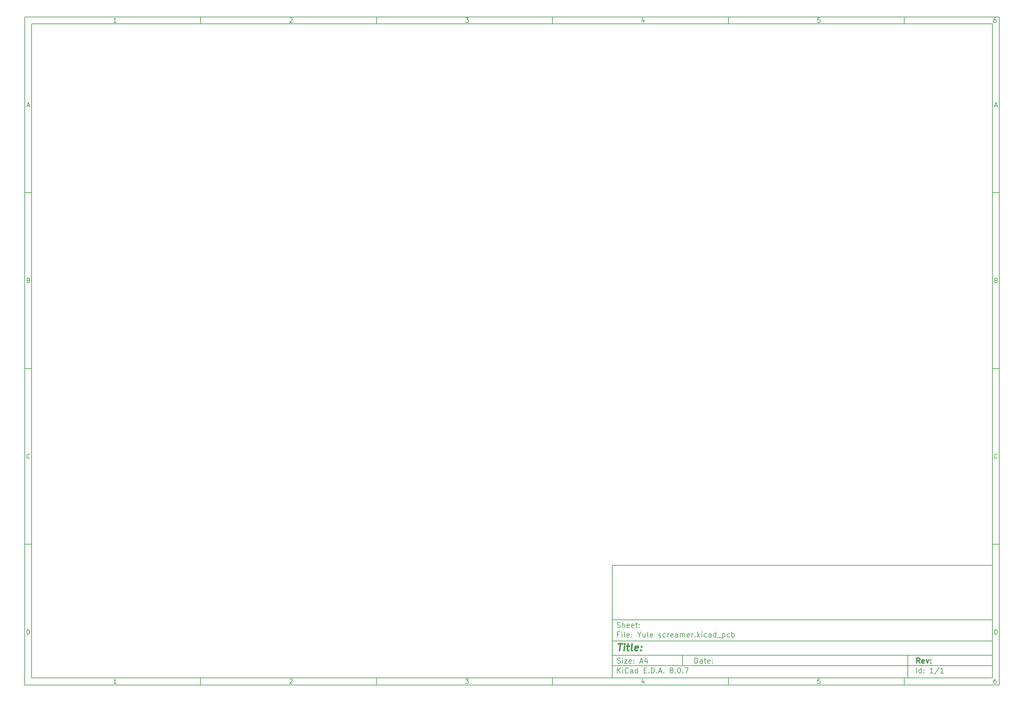
<source format=gbr>
%TF.GenerationSoftware,KiCad,Pcbnew,8.0.7*%
%TF.CreationDate,2024-12-12T07:23:30-07:00*%
%TF.ProjectId,Yule screamer,59756c65-2073-4637-9265-616d65722e6b,rev?*%
%TF.SameCoordinates,Original*%
%TF.FileFunction,Legend,Bot*%
%TF.FilePolarity,Positive*%
%FSLAX46Y46*%
G04 Gerber Fmt 4.6, Leading zero omitted, Abs format (unit mm)*
G04 Created by KiCad (PCBNEW 8.0.7) date 2024-12-12 07:23:30*
%MOMM*%
%LPD*%
G01*
G04 APERTURE LIST*
%ADD10C,0.100000*%
%ADD11C,0.150000*%
%ADD12C,0.300000*%
%ADD13C,0.400000*%
G04 APERTURE END LIST*
D10*
D11*
X177002200Y-166007200D02*
X285002200Y-166007200D01*
X285002200Y-198007200D01*
X177002200Y-198007200D01*
X177002200Y-166007200D01*
D10*
D11*
X10000000Y-10000000D02*
X287002200Y-10000000D01*
X287002200Y-200007200D01*
X10000000Y-200007200D01*
X10000000Y-10000000D01*
D10*
D11*
X12000000Y-12000000D02*
X285002200Y-12000000D01*
X285002200Y-198007200D01*
X12000000Y-198007200D01*
X12000000Y-12000000D01*
D10*
D11*
X60000000Y-12000000D02*
X60000000Y-10000000D01*
D10*
D11*
X110000000Y-12000000D02*
X110000000Y-10000000D01*
D10*
D11*
X160000000Y-12000000D02*
X160000000Y-10000000D01*
D10*
D11*
X210000000Y-12000000D02*
X210000000Y-10000000D01*
D10*
D11*
X260000000Y-12000000D02*
X260000000Y-10000000D01*
D10*
D11*
X36089160Y-11593604D02*
X35346303Y-11593604D01*
X35717731Y-11593604D02*
X35717731Y-10293604D01*
X35717731Y-10293604D02*
X35593922Y-10479319D01*
X35593922Y-10479319D02*
X35470112Y-10603128D01*
X35470112Y-10603128D02*
X35346303Y-10665033D01*
D10*
D11*
X85346303Y-10417414D02*
X85408207Y-10355509D01*
X85408207Y-10355509D02*
X85532017Y-10293604D01*
X85532017Y-10293604D02*
X85841541Y-10293604D01*
X85841541Y-10293604D02*
X85965350Y-10355509D01*
X85965350Y-10355509D02*
X86027255Y-10417414D01*
X86027255Y-10417414D02*
X86089160Y-10541223D01*
X86089160Y-10541223D02*
X86089160Y-10665033D01*
X86089160Y-10665033D02*
X86027255Y-10850747D01*
X86027255Y-10850747D02*
X85284398Y-11593604D01*
X85284398Y-11593604D02*
X86089160Y-11593604D01*
D10*
D11*
X135284398Y-10293604D02*
X136089160Y-10293604D01*
X136089160Y-10293604D02*
X135655826Y-10788842D01*
X135655826Y-10788842D02*
X135841541Y-10788842D01*
X135841541Y-10788842D02*
X135965350Y-10850747D01*
X135965350Y-10850747D02*
X136027255Y-10912652D01*
X136027255Y-10912652D02*
X136089160Y-11036461D01*
X136089160Y-11036461D02*
X136089160Y-11345985D01*
X136089160Y-11345985D02*
X136027255Y-11469795D01*
X136027255Y-11469795D02*
X135965350Y-11531700D01*
X135965350Y-11531700D02*
X135841541Y-11593604D01*
X135841541Y-11593604D02*
X135470112Y-11593604D01*
X135470112Y-11593604D02*
X135346303Y-11531700D01*
X135346303Y-11531700D02*
X135284398Y-11469795D01*
D10*
D11*
X185965350Y-10726938D02*
X185965350Y-11593604D01*
X185655826Y-10231700D02*
X185346303Y-11160271D01*
X185346303Y-11160271D02*
X186151064Y-11160271D01*
D10*
D11*
X236027255Y-10293604D02*
X235408207Y-10293604D01*
X235408207Y-10293604D02*
X235346303Y-10912652D01*
X235346303Y-10912652D02*
X235408207Y-10850747D01*
X235408207Y-10850747D02*
X235532017Y-10788842D01*
X235532017Y-10788842D02*
X235841541Y-10788842D01*
X235841541Y-10788842D02*
X235965350Y-10850747D01*
X235965350Y-10850747D02*
X236027255Y-10912652D01*
X236027255Y-10912652D02*
X236089160Y-11036461D01*
X236089160Y-11036461D02*
X236089160Y-11345985D01*
X236089160Y-11345985D02*
X236027255Y-11469795D01*
X236027255Y-11469795D02*
X235965350Y-11531700D01*
X235965350Y-11531700D02*
X235841541Y-11593604D01*
X235841541Y-11593604D02*
X235532017Y-11593604D01*
X235532017Y-11593604D02*
X235408207Y-11531700D01*
X235408207Y-11531700D02*
X235346303Y-11469795D01*
D10*
D11*
X285965350Y-10293604D02*
X285717731Y-10293604D01*
X285717731Y-10293604D02*
X285593922Y-10355509D01*
X285593922Y-10355509D02*
X285532017Y-10417414D01*
X285532017Y-10417414D02*
X285408207Y-10603128D01*
X285408207Y-10603128D02*
X285346303Y-10850747D01*
X285346303Y-10850747D02*
X285346303Y-11345985D01*
X285346303Y-11345985D02*
X285408207Y-11469795D01*
X285408207Y-11469795D02*
X285470112Y-11531700D01*
X285470112Y-11531700D02*
X285593922Y-11593604D01*
X285593922Y-11593604D02*
X285841541Y-11593604D01*
X285841541Y-11593604D02*
X285965350Y-11531700D01*
X285965350Y-11531700D02*
X286027255Y-11469795D01*
X286027255Y-11469795D02*
X286089160Y-11345985D01*
X286089160Y-11345985D02*
X286089160Y-11036461D01*
X286089160Y-11036461D02*
X286027255Y-10912652D01*
X286027255Y-10912652D02*
X285965350Y-10850747D01*
X285965350Y-10850747D02*
X285841541Y-10788842D01*
X285841541Y-10788842D02*
X285593922Y-10788842D01*
X285593922Y-10788842D02*
X285470112Y-10850747D01*
X285470112Y-10850747D02*
X285408207Y-10912652D01*
X285408207Y-10912652D02*
X285346303Y-11036461D01*
D10*
D11*
X60000000Y-198007200D02*
X60000000Y-200007200D01*
D10*
D11*
X110000000Y-198007200D02*
X110000000Y-200007200D01*
D10*
D11*
X160000000Y-198007200D02*
X160000000Y-200007200D01*
D10*
D11*
X210000000Y-198007200D02*
X210000000Y-200007200D01*
D10*
D11*
X260000000Y-198007200D02*
X260000000Y-200007200D01*
D10*
D11*
X36089160Y-199600804D02*
X35346303Y-199600804D01*
X35717731Y-199600804D02*
X35717731Y-198300804D01*
X35717731Y-198300804D02*
X35593922Y-198486519D01*
X35593922Y-198486519D02*
X35470112Y-198610328D01*
X35470112Y-198610328D02*
X35346303Y-198672233D01*
D10*
D11*
X85346303Y-198424614D02*
X85408207Y-198362709D01*
X85408207Y-198362709D02*
X85532017Y-198300804D01*
X85532017Y-198300804D02*
X85841541Y-198300804D01*
X85841541Y-198300804D02*
X85965350Y-198362709D01*
X85965350Y-198362709D02*
X86027255Y-198424614D01*
X86027255Y-198424614D02*
X86089160Y-198548423D01*
X86089160Y-198548423D02*
X86089160Y-198672233D01*
X86089160Y-198672233D02*
X86027255Y-198857947D01*
X86027255Y-198857947D02*
X85284398Y-199600804D01*
X85284398Y-199600804D02*
X86089160Y-199600804D01*
D10*
D11*
X135284398Y-198300804D02*
X136089160Y-198300804D01*
X136089160Y-198300804D02*
X135655826Y-198796042D01*
X135655826Y-198796042D02*
X135841541Y-198796042D01*
X135841541Y-198796042D02*
X135965350Y-198857947D01*
X135965350Y-198857947D02*
X136027255Y-198919852D01*
X136027255Y-198919852D02*
X136089160Y-199043661D01*
X136089160Y-199043661D02*
X136089160Y-199353185D01*
X136089160Y-199353185D02*
X136027255Y-199476995D01*
X136027255Y-199476995D02*
X135965350Y-199538900D01*
X135965350Y-199538900D02*
X135841541Y-199600804D01*
X135841541Y-199600804D02*
X135470112Y-199600804D01*
X135470112Y-199600804D02*
X135346303Y-199538900D01*
X135346303Y-199538900D02*
X135284398Y-199476995D01*
D10*
D11*
X185965350Y-198734138D02*
X185965350Y-199600804D01*
X185655826Y-198238900D02*
X185346303Y-199167471D01*
X185346303Y-199167471D02*
X186151064Y-199167471D01*
D10*
D11*
X236027255Y-198300804D02*
X235408207Y-198300804D01*
X235408207Y-198300804D02*
X235346303Y-198919852D01*
X235346303Y-198919852D02*
X235408207Y-198857947D01*
X235408207Y-198857947D02*
X235532017Y-198796042D01*
X235532017Y-198796042D02*
X235841541Y-198796042D01*
X235841541Y-198796042D02*
X235965350Y-198857947D01*
X235965350Y-198857947D02*
X236027255Y-198919852D01*
X236027255Y-198919852D02*
X236089160Y-199043661D01*
X236089160Y-199043661D02*
X236089160Y-199353185D01*
X236089160Y-199353185D02*
X236027255Y-199476995D01*
X236027255Y-199476995D02*
X235965350Y-199538900D01*
X235965350Y-199538900D02*
X235841541Y-199600804D01*
X235841541Y-199600804D02*
X235532017Y-199600804D01*
X235532017Y-199600804D02*
X235408207Y-199538900D01*
X235408207Y-199538900D02*
X235346303Y-199476995D01*
D10*
D11*
X285965350Y-198300804D02*
X285717731Y-198300804D01*
X285717731Y-198300804D02*
X285593922Y-198362709D01*
X285593922Y-198362709D02*
X285532017Y-198424614D01*
X285532017Y-198424614D02*
X285408207Y-198610328D01*
X285408207Y-198610328D02*
X285346303Y-198857947D01*
X285346303Y-198857947D02*
X285346303Y-199353185D01*
X285346303Y-199353185D02*
X285408207Y-199476995D01*
X285408207Y-199476995D02*
X285470112Y-199538900D01*
X285470112Y-199538900D02*
X285593922Y-199600804D01*
X285593922Y-199600804D02*
X285841541Y-199600804D01*
X285841541Y-199600804D02*
X285965350Y-199538900D01*
X285965350Y-199538900D02*
X286027255Y-199476995D01*
X286027255Y-199476995D02*
X286089160Y-199353185D01*
X286089160Y-199353185D02*
X286089160Y-199043661D01*
X286089160Y-199043661D02*
X286027255Y-198919852D01*
X286027255Y-198919852D02*
X285965350Y-198857947D01*
X285965350Y-198857947D02*
X285841541Y-198796042D01*
X285841541Y-198796042D02*
X285593922Y-198796042D01*
X285593922Y-198796042D02*
X285470112Y-198857947D01*
X285470112Y-198857947D02*
X285408207Y-198919852D01*
X285408207Y-198919852D02*
X285346303Y-199043661D01*
D10*
D11*
X10000000Y-60000000D02*
X12000000Y-60000000D01*
D10*
D11*
X10000000Y-110000000D02*
X12000000Y-110000000D01*
D10*
D11*
X10000000Y-160000000D02*
X12000000Y-160000000D01*
D10*
D11*
X10690476Y-35222176D02*
X11309523Y-35222176D01*
X10566666Y-35593604D02*
X10999999Y-34293604D01*
X10999999Y-34293604D02*
X11433333Y-35593604D01*
D10*
D11*
X11092857Y-84912652D02*
X11278571Y-84974557D01*
X11278571Y-84974557D02*
X11340476Y-85036461D01*
X11340476Y-85036461D02*
X11402380Y-85160271D01*
X11402380Y-85160271D02*
X11402380Y-85345985D01*
X11402380Y-85345985D02*
X11340476Y-85469795D01*
X11340476Y-85469795D02*
X11278571Y-85531700D01*
X11278571Y-85531700D02*
X11154761Y-85593604D01*
X11154761Y-85593604D02*
X10659523Y-85593604D01*
X10659523Y-85593604D02*
X10659523Y-84293604D01*
X10659523Y-84293604D02*
X11092857Y-84293604D01*
X11092857Y-84293604D02*
X11216666Y-84355509D01*
X11216666Y-84355509D02*
X11278571Y-84417414D01*
X11278571Y-84417414D02*
X11340476Y-84541223D01*
X11340476Y-84541223D02*
X11340476Y-84665033D01*
X11340476Y-84665033D02*
X11278571Y-84788842D01*
X11278571Y-84788842D02*
X11216666Y-84850747D01*
X11216666Y-84850747D02*
X11092857Y-84912652D01*
X11092857Y-84912652D02*
X10659523Y-84912652D01*
D10*
D11*
X11402380Y-135469795D02*
X11340476Y-135531700D01*
X11340476Y-135531700D02*
X11154761Y-135593604D01*
X11154761Y-135593604D02*
X11030952Y-135593604D01*
X11030952Y-135593604D02*
X10845238Y-135531700D01*
X10845238Y-135531700D02*
X10721428Y-135407890D01*
X10721428Y-135407890D02*
X10659523Y-135284080D01*
X10659523Y-135284080D02*
X10597619Y-135036461D01*
X10597619Y-135036461D02*
X10597619Y-134850747D01*
X10597619Y-134850747D02*
X10659523Y-134603128D01*
X10659523Y-134603128D02*
X10721428Y-134479319D01*
X10721428Y-134479319D02*
X10845238Y-134355509D01*
X10845238Y-134355509D02*
X11030952Y-134293604D01*
X11030952Y-134293604D02*
X11154761Y-134293604D01*
X11154761Y-134293604D02*
X11340476Y-134355509D01*
X11340476Y-134355509D02*
X11402380Y-134417414D01*
D10*
D11*
X10659523Y-185593604D02*
X10659523Y-184293604D01*
X10659523Y-184293604D02*
X10969047Y-184293604D01*
X10969047Y-184293604D02*
X11154761Y-184355509D01*
X11154761Y-184355509D02*
X11278571Y-184479319D01*
X11278571Y-184479319D02*
X11340476Y-184603128D01*
X11340476Y-184603128D02*
X11402380Y-184850747D01*
X11402380Y-184850747D02*
X11402380Y-185036461D01*
X11402380Y-185036461D02*
X11340476Y-185284080D01*
X11340476Y-185284080D02*
X11278571Y-185407890D01*
X11278571Y-185407890D02*
X11154761Y-185531700D01*
X11154761Y-185531700D02*
X10969047Y-185593604D01*
X10969047Y-185593604D02*
X10659523Y-185593604D01*
D10*
D11*
X287002200Y-60000000D02*
X285002200Y-60000000D01*
D10*
D11*
X287002200Y-110000000D02*
X285002200Y-110000000D01*
D10*
D11*
X287002200Y-160000000D02*
X285002200Y-160000000D01*
D10*
D11*
X285692676Y-35222176D02*
X286311723Y-35222176D01*
X285568866Y-35593604D02*
X286002199Y-34293604D01*
X286002199Y-34293604D02*
X286435533Y-35593604D01*
D10*
D11*
X286095057Y-84912652D02*
X286280771Y-84974557D01*
X286280771Y-84974557D02*
X286342676Y-85036461D01*
X286342676Y-85036461D02*
X286404580Y-85160271D01*
X286404580Y-85160271D02*
X286404580Y-85345985D01*
X286404580Y-85345985D02*
X286342676Y-85469795D01*
X286342676Y-85469795D02*
X286280771Y-85531700D01*
X286280771Y-85531700D02*
X286156961Y-85593604D01*
X286156961Y-85593604D02*
X285661723Y-85593604D01*
X285661723Y-85593604D02*
X285661723Y-84293604D01*
X285661723Y-84293604D02*
X286095057Y-84293604D01*
X286095057Y-84293604D02*
X286218866Y-84355509D01*
X286218866Y-84355509D02*
X286280771Y-84417414D01*
X286280771Y-84417414D02*
X286342676Y-84541223D01*
X286342676Y-84541223D02*
X286342676Y-84665033D01*
X286342676Y-84665033D02*
X286280771Y-84788842D01*
X286280771Y-84788842D02*
X286218866Y-84850747D01*
X286218866Y-84850747D02*
X286095057Y-84912652D01*
X286095057Y-84912652D02*
X285661723Y-84912652D01*
D10*
D11*
X286404580Y-135469795D02*
X286342676Y-135531700D01*
X286342676Y-135531700D02*
X286156961Y-135593604D01*
X286156961Y-135593604D02*
X286033152Y-135593604D01*
X286033152Y-135593604D02*
X285847438Y-135531700D01*
X285847438Y-135531700D02*
X285723628Y-135407890D01*
X285723628Y-135407890D02*
X285661723Y-135284080D01*
X285661723Y-135284080D02*
X285599819Y-135036461D01*
X285599819Y-135036461D02*
X285599819Y-134850747D01*
X285599819Y-134850747D02*
X285661723Y-134603128D01*
X285661723Y-134603128D02*
X285723628Y-134479319D01*
X285723628Y-134479319D02*
X285847438Y-134355509D01*
X285847438Y-134355509D02*
X286033152Y-134293604D01*
X286033152Y-134293604D02*
X286156961Y-134293604D01*
X286156961Y-134293604D02*
X286342676Y-134355509D01*
X286342676Y-134355509D02*
X286404580Y-134417414D01*
D10*
D11*
X285661723Y-185593604D02*
X285661723Y-184293604D01*
X285661723Y-184293604D02*
X285971247Y-184293604D01*
X285971247Y-184293604D02*
X286156961Y-184355509D01*
X286156961Y-184355509D02*
X286280771Y-184479319D01*
X286280771Y-184479319D02*
X286342676Y-184603128D01*
X286342676Y-184603128D02*
X286404580Y-184850747D01*
X286404580Y-184850747D02*
X286404580Y-185036461D01*
X286404580Y-185036461D02*
X286342676Y-185284080D01*
X286342676Y-185284080D02*
X286280771Y-185407890D01*
X286280771Y-185407890D02*
X286156961Y-185531700D01*
X286156961Y-185531700D02*
X285971247Y-185593604D01*
X285971247Y-185593604D02*
X285661723Y-185593604D01*
D10*
D11*
X200458026Y-193793328D02*
X200458026Y-192293328D01*
X200458026Y-192293328D02*
X200815169Y-192293328D01*
X200815169Y-192293328D02*
X201029455Y-192364757D01*
X201029455Y-192364757D02*
X201172312Y-192507614D01*
X201172312Y-192507614D02*
X201243741Y-192650471D01*
X201243741Y-192650471D02*
X201315169Y-192936185D01*
X201315169Y-192936185D02*
X201315169Y-193150471D01*
X201315169Y-193150471D02*
X201243741Y-193436185D01*
X201243741Y-193436185D02*
X201172312Y-193579042D01*
X201172312Y-193579042D02*
X201029455Y-193721900D01*
X201029455Y-193721900D02*
X200815169Y-193793328D01*
X200815169Y-193793328D02*
X200458026Y-193793328D01*
X202600884Y-193793328D02*
X202600884Y-193007614D01*
X202600884Y-193007614D02*
X202529455Y-192864757D01*
X202529455Y-192864757D02*
X202386598Y-192793328D01*
X202386598Y-192793328D02*
X202100884Y-192793328D01*
X202100884Y-192793328D02*
X201958026Y-192864757D01*
X202600884Y-193721900D02*
X202458026Y-193793328D01*
X202458026Y-193793328D02*
X202100884Y-193793328D01*
X202100884Y-193793328D02*
X201958026Y-193721900D01*
X201958026Y-193721900D02*
X201886598Y-193579042D01*
X201886598Y-193579042D02*
X201886598Y-193436185D01*
X201886598Y-193436185D02*
X201958026Y-193293328D01*
X201958026Y-193293328D02*
X202100884Y-193221900D01*
X202100884Y-193221900D02*
X202458026Y-193221900D01*
X202458026Y-193221900D02*
X202600884Y-193150471D01*
X203100884Y-192793328D02*
X203672312Y-192793328D01*
X203315169Y-192293328D02*
X203315169Y-193579042D01*
X203315169Y-193579042D02*
X203386598Y-193721900D01*
X203386598Y-193721900D02*
X203529455Y-193793328D01*
X203529455Y-193793328D02*
X203672312Y-193793328D01*
X204743741Y-193721900D02*
X204600884Y-193793328D01*
X204600884Y-193793328D02*
X204315170Y-193793328D01*
X204315170Y-193793328D02*
X204172312Y-193721900D01*
X204172312Y-193721900D02*
X204100884Y-193579042D01*
X204100884Y-193579042D02*
X204100884Y-193007614D01*
X204100884Y-193007614D02*
X204172312Y-192864757D01*
X204172312Y-192864757D02*
X204315170Y-192793328D01*
X204315170Y-192793328D02*
X204600884Y-192793328D01*
X204600884Y-192793328D02*
X204743741Y-192864757D01*
X204743741Y-192864757D02*
X204815170Y-193007614D01*
X204815170Y-193007614D02*
X204815170Y-193150471D01*
X204815170Y-193150471D02*
X204100884Y-193293328D01*
X205458026Y-193650471D02*
X205529455Y-193721900D01*
X205529455Y-193721900D02*
X205458026Y-193793328D01*
X205458026Y-193793328D02*
X205386598Y-193721900D01*
X205386598Y-193721900D02*
X205458026Y-193650471D01*
X205458026Y-193650471D02*
X205458026Y-193793328D01*
X205458026Y-192864757D02*
X205529455Y-192936185D01*
X205529455Y-192936185D02*
X205458026Y-193007614D01*
X205458026Y-193007614D02*
X205386598Y-192936185D01*
X205386598Y-192936185D02*
X205458026Y-192864757D01*
X205458026Y-192864757D02*
X205458026Y-193007614D01*
D10*
D11*
X177002200Y-194507200D02*
X285002200Y-194507200D01*
D10*
D11*
X178458026Y-196593328D02*
X178458026Y-195093328D01*
X179315169Y-196593328D02*
X178672312Y-195736185D01*
X179315169Y-195093328D02*
X178458026Y-195950471D01*
X179958026Y-196593328D02*
X179958026Y-195593328D01*
X179958026Y-195093328D02*
X179886598Y-195164757D01*
X179886598Y-195164757D02*
X179958026Y-195236185D01*
X179958026Y-195236185D02*
X180029455Y-195164757D01*
X180029455Y-195164757D02*
X179958026Y-195093328D01*
X179958026Y-195093328D02*
X179958026Y-195236185D01*
X181529455Y-196450471D02*
X181458027Y-196521900D01*
X181458027Y-196521900D02*
X181243741Y-196593328D01*
X181243741Y-196593328D02*
X181100884Y-196593328D01*
X181100884Y-196593328D02*
X180886598Y-196521900D01*
X180886598Y-196521900D02*
X180743741Y-196379042D01*
X180743741Y-196379042D02*
X180672312Y-196236185D01*
X180672312Y-196236185D02*
X180600884Y-195950471D01*
X180600884Y-195950471D02*
X180600884Y-195736185D01*
X180600884Y-195736185D02*
X180672312Y-195450471D01*
X180672312Y-195450471D02*
X180743741Y-195307614D01*
X180743741Y-195307614D02*
X180886598Y-195164757D01*
X180886598Y-195164757D02*
X181100884Y-195093328D01*
X181100884Y-195093328D02*
X181243741Y-195093328D01*
X181243741Y-195093328D02*
X181458027Y-195164757D01*
X181458027Y-195164757D02*
X181529455Y-195236185D01*
X182815170Y-196593328D02*
X182815170Y-195807614D01*
X182815170Y-195807614D02*
X182743741Y-195664757D01*
X182743741Y-195664757D02*
X182600884Y-195593328D01*
X182600884Y-195593328D02*
X182315170Y-195593328D01*
X182315170Y-195593328D02*
X182172312Y-195664757D01*
X182815170Y-196521900D02*
X182672312Y-196593328D01*
X182672312Y-196593328D02*
X182315170Y-196593328D01*
X182315170Y-196593328D02*
X182172312Y-196521900D01*
X182172312Y-196521900D02*
X182100884Y-196379042D01*
X182100884Y-196379042D02*
X182100884Y-196236185D01*
X182100884Y-196236185D02*
X182172312Y-196093328D01*
X182172312Y-196093328D02*
X182315170Y-196021900D01*
X182315170Y-196021900D02*
X182672312Y-196021900D01*
X182672312Y-196021900D02*
X182815170Y-195950471D01*
X184172313Y-196593328D02*
X184172313Y-195093328D01*
X184172313Y-196521900D02*
X184029455Y-196593328D01*
X184029455Y-196593328D02*
X183743741Y-196593328D01*
X183743741Y-196593328D02*
X183600884Y-196521900D01*
X183600884Y-196521900D02*
X183529455Y-196450471D01*
X183529455Y-196450471D02*
X183458027Y-196307614D01*
X183458027Y-196307614D02*
X183458027Y-195879042D01*
X183458027Y-195879042D02*
X183529455Y-195736185D01*
X183529455Y-195736185D02*
X183600884Y-195664757D01*
X183600884Y-195664757D02*
X183743741Y-195593328D01*
X183743741Y-195593328D02*
X184029455Y-195593328D01*
X184029455Y-195593328D02*
X184172313Y-195664757D01*
X186029455Y-195807614D02*
X186529455Y-195807614D01*
X186743741Y-196593328D02*
X186029455Y-196593328D01*
X186029455Y-196593328D02*
X186029455Y-195093328D01*
X186029455Y-195093328D02*
X186743741Y-195093328D01*
X187386598Y-196450471D02*
X187458027Y-196521900D01*
X187458027Y-196521900D02*
X187386598Y-196593328D01*
X187386598Y-196593328D02*
X187315170Y-196521900D01*
X187315170Y-196521900D02*
X187386598Y-196450471D01*
X187386598Y-196450471D02*
X187386598Y-196593328D01*
X188100884Y-196593328D02*
X188100884Y-195093328D01*
X188100884Y-195093328D02*
X188458027Y-195093328D01*
X188458027Y-195093328D02*
X188672313Y-195164757D01*
X188672313Y-195164757D02*
X188815170Y-195307614D01*
X188815170Y-195307614D02*
X188886599Y-195450471D01*
X188886599Y-195450471D02*
X188958027Y-195736185D01*
X188958027Y-195736185D02*
X188958027Y-195950471D01*
X188958027Y-195950471D02*
X188886599Y-196236185D01*
X188886599Y-196236185D02*
X188815170Y-196379042D01*
X188815170Y-196379042D02*
X188672313Y-196521900D01*
X188672313Y-196521900D02*
X188458027Y-196593328D01*
X188458027Y-196593328D02*
X188100884Y-196593328D01*
X189600884Y-196450471D02*
X189672313Y-196521900D01*
X189672313Y-196521900D02*
X189600884Y-196593328D01*
X189600884Y-196593328D02*
X189529456Y-196521900D01*
X189529456Y-196521900D02*
X189600884Y-196450471D01*
X189600884Y-196450471D02*
X189600884Y-196593328D01*
X190243742Y-196164757D02*
X190958028Y-196164757D01*
X190100885Y-196593328D02*
X190600885Y-195093328D01*
X190600885Y-195093328D02*
X191100885Y-196593328D01*
X191600884Y-196450471D02*
X191672313Y-196521900D01*
X191672313Y-196521900D02*
X191600884Y-196593328D01*
X191600884Y-196593328D02*
X191529456Y-196521900D01*
X191529456Y-196521900D02*
X191600884Y-196450471D01*
X191600884Y-196450471D02*
X191600884Y-196593328D01*
X193672313Y-195736185D02*
X193529456Y-195664757D01*
X193529456Y-195664757D02*
X193458027Y-195593328D01*
X193458027Y-195593328D02*
X193386599Y-195450471D01*
X193386599Y-195450471D02*
X193386599Y-195379042D01*
X193386599Y-195379042D02*
X193458027Y-195236185D01*
X193458027Y-195236185D02*
X193529456Y-195164757D01*
X193529456Y-195164757D02*
X193672313Y-195093328D01*
X193672313Y-195093328D02*
X193958027Y-195093328D01*
X193958027Y-195093328D02*
X194100885Y-195164757D01*
X194100885Y-195164757D02*
X194172313Y-195236185D01*
X194172313Y-195236185D02*
X194243742Y-195379042D01*
X194243742Y-195379042D02*
X194243742Y-195450471D01*
X194243742Y-195450471D02*
X194172313Y-195593328D01*
X194172313Y-195593328D02*
X194100885Y-195664757D01*
X194100885Y-195664757D02*
X193958027Y-195736185D01*
X193958027Y-195736185D02*
X193672313Y-195736185D01*
X193672313Y-195736185D02*
X193529456Y-195807614D01*
X193529456Y-195807614D02*
X193458027Y-195879042D01*
X193458027Y-195879042D02*
X193386599Y-196021900D01*
X193386599Y-196021900D02*
X193386599Y-196307614D01*
X193386599Y-196307614D02*
X193458027Y-196450471D01*
X193458027Y-196450471D02*
X193529456Y-196521900D01*
X193529456Y-196521900D02*
X193672313Y-196593328D01*
X193672313Y-196593328D02*
X193958027Y-196593328D01*
X193958027Y-196593328D02*
X194100885Y-196521900D01*
X194100885Y-196521900D02*
X194172313Y-196450471D01*
X194172313Y-196450471D02*
X194243742Y-196307614D01*
X194243742Y-196307614D02*
X194243742Y-196021900D01*
X194243742Y-196021900D02*
X194172313Y-195879042D01*
X194172313Y-195879042D02*
X194100885Y-195807614D01*
X194100885Y-195807614D02*
X193958027Y-195736185D01*
X194886598Y-196450471D02*
X194958027Y-196521900D01*
X194958027Y-196521900D02*
X194886598Y-196593328D01*
X194886598Y-196593328D02*
X194815170Y-196521900D01*
X194815170Y-196521900D02*
X194886598Y-196450471D01*
X194886598Y-196450471D02*
X194886598Y-196593328D01*
X195886599Y-195093328D02*
X196029456Y-195093328D01*
X196029456Y-195093328D02*
X196172313Y-195164757D01*
X196172313Y-195164757D02*
X196243742Y-195236185D01*
X196243742Y-195236185D02*
X196315170Y-195379042D01*
X196315170Y-195379042D02*
X196386599Y-195664757D01*
X196386599Y-195664757D02*
X196386599Y-196021900D01*
X196386599Y-196021900D02*
X196315170Y-196307614D01*
X196315170Y-196307614D02*
X196243742Y-196450471D01*
X196243742Y-196450471D02*
X196172313Y-196521900D01*
X196172313Y-196521900D02*
X196029456Y-196593328D01*
X196029456Y-196593328D02*
X195886599Y-196593328D01*
X195886599Y-196593328D02*
X195743742Y-196521900D01*
X195743742Y-196521900D02*
X195672313Y-196450471D01*
X195672313Y-196450471D02*
X195600884Y-196307614D01*
X195600884Y-196307614D02*
X195529456Y-196021900D01*
X195529456Y-196021900D02*
X195529456Y-195664757D01*
X195529456Y-195664757D02*
X195600884Y-195379042D01*
X195600884Y-195379042D02*
X195672313Y-195236185D01*
X195672313Y-195236185D02*
X195743742Y-195164757D01*
X195743742Y-195164757D02*
X195886599Y-195093328D01*
X197029455Y-196450471D02*
X197100884Y-196521900D01*
X197100884Y-196521900D02*
X197029455Y-196593328D01*
X197029455Y-196593328D02*
X196958027Y-196521900D01*
X196958027Y-196521900D02*
X197029455Y-196450471D01*
X197029455Y-196450471D02*
X197029455Y-196593328D01*
X197600884Y-195093328D02*
X198600884Y-195093328D01*
X198600884Y-195093328D02*
X197958027Y-196593328D01*
D10*
D11*
X177002200Y-191507200D02*
X285002200Y-191507200D01*
D10*
D12*
X264413853Y-193785528D02*
X263913853Y-193071242D01*
X263556710Y-193785528D02*
X263556710Y-192285528D01*
X263556710Y-192285528D02*
X264128139Y-192285528D01*
X264128139Y-192285528D02*
X264270996Y-192356957D01*
X264270996Y-192356957D02*
X264342425Y-192428385D01*
X264342425Y-192428385D02*
X264413853Y-192571242D01*
X264413853Y-192571242D02*
X264413853Y-192785528D01*
X264413853Y-192785528D02*
X264342425Y-192928385D01*
X264342425Y-192928385D02*
X264270996Y-192999814D01*
X264270996Y-192999814D02*
X264128139Y-193071242D01*
X264128139Y-193071242D02*
X263556710Y-193071242D01*
X265628139Y-193714100D02*
X265485282Y-193785528D01*
X265485282Y-193785528D02*
X265199568Y-193785528D01*
X265199568Y-193785528D02*
X265056710Y-193714100D01*
X265056710Y-193714100D02*
X264985282Y-193571242D01*
X264985282Y-193571242D02*
X264985282Y-192999814D01*
X264985282Y-192999814D02*
X265056710Y-192856957D01*
X265056710Y-192856957D02*
X265199568Y-192785528D01*
X265199568Y-192785528D02*
X265485282Y-192785528D01*
X265485282Y-192785528D02*
X265628139Y-192856957D01*
X265628139Y-192856957D02*
X265699568Y-192999814D01*
X265699568Y-192999814D02*
X265699568Y-193142671D01*
X265699568Y-193142671D02*
X264985282Y-193285528D01*
X266199567Y-192785528D02*
X266556710Y-193785528D01*
X266556710Y-193785528D02*
X266913853Y-192785528D01*
X267485281Y-193642671D02*
X267556710Y-193714100D01*
X267556710Y-193714100D02*
X267485281Y-193785528D01*
X267485281Y-193785528D02*
X267413853Y-193714100D01*
X267413853Y-193714100D02*
X267485281Y-193642671D01*
X267485281Y-193642671D02*
X267485281Y-193785528D01*
X267485281Y-192856957D02*
X267556710Y-192928385D01*
X267556710Y-192928385D02*
X267485281Y-192999814D01*
X267485281Y-192999814D02*
X267413853Y-192928385D01*
X267413853Y-192928385D02*
X267485281Y-192856957D01*
X267485281Y-192856957D02*
X267485281Y-192999814D01*
D10*
D11*
X178386598Y-193721900D02*
X178600884Y-193793328D01*
X178600884Y-193793328D02*
X178958026Y-193793328D01*
X178958026Y-193793328D02*
X179100884Y-193721900D01*
X179100884Y-193721900D02*
X179172312Y-193650471D01*
X179172312Y-193650471D02*
X179243741Y-193507614D01*
X179243741Y-193507614D02*
X179243741Y-193364757D01*
X179243741Y-193364757D02*
X179172312Y-193221900D01*
X179172312Y-193221900D02*
X179100884Y-193150471D01*
X179100884Y-193150471D02*
X178958026Y-193079042D01*
X178958026Y-193079042D02*
X178672312Y-193007614D01*
X178672312Y-193007614D02*
X178529455Y-192936185D01*
X178529455Y-192936185D02*
X178458026Y-192864757D01*
X178458026Y-192864757D02*
X178386598Y-192721900D01*
X178386598Y-192721900D02*
X178386598Y-192579042D01*
X178386598Y-192579042D02*
X178458026Y-192436185D01*
X178458026Y-192436185D02*
X178529455Y-192364757D01*
X178529455Y-192364757D02*
X178672312Y-192293328D01*
X178672312Y-192293328D02*
X179029455Y-192293328D01*
X179029455Y-192293328D02*
X179243741Y-192364757D01*
X179886597Y-193793328D02*
X179886597Y-192793328D01*
X179886597Y-192293328D02*
X179815169Y-192364757D01*
X179815169Y-192364757D02*
X179886597Y-192436185D01*
X179886597Y-192436185D02*
X179958026Y-192364757D01*
X179958026Y-192364757D02*
X179886597Y-192293328D01*
X179886597Y-192293328D02*
X179886597Y-192436185D01*
X180458026Y-192793328D02*
X181243741Y-192793328D01*
X181243741Y-192793328D02*
X180458026Y-193793328D01*
X180458026Y-193793328D02*
X181243741Y-193793328D01*
X182386598Y-193721900D02*
X182243741Y-193793328D01*
X182243741Y-193793328D02*
X181958027Y-193793328D01*
X181958027Y-193793328D02*
X181815169Y-193721900D01*
X181815169Y-193721900D02*
X181743741Y-193579042D01*
X181743741Y-193579042D02*
X181743741Y-193007614D01*
X181743741Y-193007614D02*
X181815169Y-192864757D01*
X181815169Y-192864757D02*
X181958027Y-192793328D01*
X181958027Y-192793328D02*
X182243741Y-192793328D01*
X182243741Y-192793328D02*
X182386598Y-192864757D01*
X182386598Y-192864757D02*
X182458027Y-193007614D01*
X182458027Y-193007614D02*
X182458027Y-193150471D01*
X182458027Y-193150471D02*
X181743741Y-193293328D01*
X183100883Y-193650471D02*
X183172312Y-193721900D01*
X183172312Y-193721900D02*
X183100883Y-193793328D01*
X183100883Y-193793328D02*
X183029455Y-193721900D01*
X183029455Y-193721900D02*
X183100883Y-193650471D01*
X183100883Y-193650471D02*
X183100883Y-193793328D01*
X183100883Y-192864757D02*
X183172312Y-192936185D01*
X183172312Y-192936185D02*
X183100883Y-193007614D01*
X183100883Y-193007614D02*
X183029455Y-192936185D01*
X183029455Y-192936185D02*
X183100883Y-192864757D01*
X183100883Y-192864757D02*
X183100883Y-193007614D01*
X184886598Y-193364757D02*
X185600884Y-193364757D01*
X184743741Y-193793328D02*
X185243741Y-192293328D01*
X185243741Y-192293328D02*
X185743741Y-193793328D01*
X186886598Y-192793328D02*
X186886598Y-193793328D01*
X186529455Y-192221900D02*
X186172312Y-193293328D01*
X186172312Y-193293328D02*
X187100883Y-193293328D01*
D10*
D11*
X263458026Y-196593328D02*
X263458026Y-195093328D01*
X264815170Y-196593328D02*
X264815170Y-195093328D01*
X264815170Y-196521900D02*
X264672312Y-196593328D01*
X264672312Y-196593328D02*
X264386598Y-196593328D01*
X264386598Y-196593328D02*
X264243741Y-196521900D01*
X264243741Y-196521900D02*
X264172312Y-196450471D01*
X264172312Y-196450471D02*
X264100884Y-196307614D01*
X264100884Y-196307614D02*
X264100884Y-195879042D01*
X264100884Y-195879042D02*
X264172312Y-195736185D01*
X264172312Y-195736185D02*
X264243741Y-195664757D01*
X264243741Y-195664757D02*
X264386598Y-195593328D01*
X264386598Y-195593328D02*
X264672312Y-195593328D01*
X264672312Y-195593328D02*
X264815170Y-195664757D01*
X265529455Y-196450471D02*
X265600884Y-196521900D01*
X265600884Y-196521900D02*
X265529455Y-196593328D01*
X265529455Y-196593328D02*
X265458027Y-196521900D01*
X265458027Y-196521900D02*
X265529455Y-196450471D01*
X265529455Y-196450471D02*
X265529455Y-196593328D01*
X265529455Y-195664757D02*
X265600884Y-195736185D01*
X265600884Y-195736185D02*
X265529455Y-195807614D01*
X265529455Y-195807614D02*
X265458027Y-195736185D01*
X265458027Y-195736185D02*
X265529455Y-195664757D01*
X265529455Y-195664757D02*
X265529455Y-195807614D01*
X268172313Y-196593328D02*
X267315170Y-196593328D01*
X267743741Y-196593328D02*
X267743741Y-195093328D01*
X267743741Y-195093328D02*
X267600884Y-195307614D01*
X267600884Y-195307614D02*
X267458027Y-195450471D01*
X267458027Y-195450471D02*
X267315170Y-195521900D01*
X269886598Y-195021900D02*
X268600884Y-196950471D01*
X271172313Y-196593328D02*
X270315170Y-196593328D01*
X270743741Y-196593328D02*
X270743741Y-195093328D01*
X270743741Y-195093328D02*
X270600884Y-195307614D01*
X270600884Y-195307614D02*
X270458027Y-195450471D01*
X270458027Y-195450471D02*
X270315170Y-195521900D01*
D10*
D11*
X177002200Y-187507200D02*
X285002200Y-187507200D01*
D10*
D13*
X178693928Y-188211638D02*
X179836785Y-188211638D01*
X179015357Y-190211638D02*
X179265357Y-188211638D01*
X180253452Y-190211638D02*
X180420119Y-188878304D01*
X180503452Y-188211638D02*
X180396309Y-188306876D01*
X180396309Y-188306876D02*
X180479643Y-188402114D01*
X180479643Y-188402114D02*
X180586786Y-188306876D01*
X180586786Y-188306876D02*
X180503452Y-188211638D01*
X180503452Y-188211638D02*
X180479643Y-188402114D01*
X181086786Y-188878304D02*
X181848690Y-188878304D01*
X181455833Y-188211638D02*
X181241548Y-189925923D01*
X181241548Y-189925923D02*
X181312976Y-190116400D01*
X181312976Y-190116400D02*
X181491548Y-190211638D01*
X181491548Y-190211638D02*
X181682024Y-190211638D01*
X182634405Y-190211638D02*
X182455833Y-190116400D01*
X182455833Y-190116400D02*
X182384405Y-189925923D01*
X182384405Y-189925923D02*
X182598690Y-188211638D01*
X184170119Y-190116400D02*
X183967738Y-190211638D01*
X183967738Y-190211638D02*
X183586785Y-190211638D01*
X183586785Y-190211638D02*
X183408214Y-190116400D01*
X183408214Y-190116400D02*
X183336785Y-189925923D01*
X183336785Y-189925923D02*
X183432024Y-189164019D01*
X183432024Y-189164019D02*
X183551071Y-188973542D01*
X183551071Y-188973542D02*
X183753452Y-188878304D01*
X183753452Y-188878304D02*
X184134404Y-188878304D01*
X184134404Y-188878304D02*
X184312976Y-188973542D01*
X184312976Y-188973542D02*
X184384404Y-189164019D01*
X184384404Y-189164019D02*
X184360595Y-189354495D01*
X184360595Y-189354495D02*
X183384404Y-189544971D01*
X185134405Y-190021161D02*
X185217738Y-190116400D01*
X185217738Y-190116400D02*
X185110595Y-190211638D01*
X185110595Y-190211638D02*
X185027262Y-190116400D01*
X185027262Y-190116400D02*
X185134405Y-190021161D01*
X185134405Y-190021161D02*
X185110595Y-190211638D01*
X185265357Y-188973542D02*
X185348690Y-189068780D01*
X185348690Y-189068780D02*
X185241548Y-189164019D01*
X185241548Y-189164019D02*
X185158214Y-189068780D01*
X185158214Y-189068780D02*
X185265357Y-188973542D01*
X185265357Y-188973542D02*
X185241548Y-189164019D01*
D10*
D11*
X178958026Y-185607614D02*
X178458026Y-185607614D01*
X178458026Y-186393328D02*
X178458026Y-184893328D01*
X178458026Y-184893328D02*
X179172312Y-184893328D01*
X179743740Y-186393328D02*
X179743740Y-185393328D01*
X179743740Y-184893328D02*
X179672312Y-184964757D01*
X179672312Y-184964757D02*
X179743740Y-185036185D01*
X179743740Y-185036185D02*
X179815169Y-184964757D01*
X179815169Y-184964757D02*
X179743740Y-184893328D01*
X179743740Y-184893328D02*
X179743740Y-185036185D01*
X180672312Y-186393328D02*
X180529455Y-186321900D01*
X180529455Y-186321900D02*
X180458026Y-186179042D01*
X180458026Y-186179042D02*
X180458026Y-184893328D01*
X181815169Y-186321900D02*
X181672312Y-186393328D01*
X181672312Y-186393328D02*
X181386598Y-186393328D01*
X181386598Y-186393328D02*
X181243740Y-186321900D01*
X181243740Y-186321900D02*
X181172312Y-186179042D01*
X181172312Y-186179042D02*
X181172312Y-185607614D01*
X181172312Y-185607614D02*
X181243740Y-185464757D01*
X181243740Y-185464757D02*
X181386598Y-185393328D01*
X181386598Y-185393328D02*
X181672312Y-185393328D01*
X181672312Y-185393328D02*
X181815169Y-185464757D01*
X181815169Y-185464757D02*
X181886598Y-185607614D01*
X181886598Y-185607614D02*
X181886598Y-185750471D01*
X181886598Y-185750471D02*
X181172312Y-185893328D01*
X182529454Y-186250471D02*
X182600883Y-186321900D01*
X182600883Y-186321900D02*
X182529454Y-186393328D01*
X182529454Y-186393328D02*
X182458026Y-186321900D01*
X182458026Y-186321900D02*
X182529454Y-186250471D01*
X182529454Y-186250471D02*
X182529454Y-186393328D01*
X182529454Y-185464757D02*
X182600883Y-185536185D01*
X182600883Y-185536185D02*
X182529454Y-185607614D01*
X182529454Y-185607614D02*
X182458026Y-185536185D01*
X182458026Y-185536185D02*
X182529454Y-185464757D01*
X182529454Y-185464757D02*
X182529454Y-185607614D01*
X184672312Y-185679042D02*
X184672312Y-186393328D01*
X184172312Y-184893328D02*
X184672312Y-185679042D01*
X184672312Y-185679042D02*
X185172312Y-184893328D01*
X186315169Y-185393328D02*
X186315169Y-186393328D01*
X185672311Y-185393328D02*
X185672311Y-186179042D01*
X185672311Y-186179042D02*
X185743740Y-186321900D01*
X185743740Y-186321900D02*
X185886597Y-186393328D01*
X185886597Y-186393328D02*
X186100883Y-186393328D01*
X186100883Y-186393328D02*
X186243740Y-186321900D01*
X186243740Y-186321900D02*
X186315169Y-186250471D01*
X187243740Y-186393328D02*
X187100883Y-186321900D01*
X187100883Y-186321900D02*
X187029454Y-186179042D01*
X187029454Y-186179042D02*
X187029454Y-184893328D01*
X188386597Y-186321900D02*
X188243740Y-186393328D01*
X188243740Y-186393328D02*
X187958026Y-186393328D01*
X187958026Y-186393328D02*
X187815168Y-186321900D01*
X187815168Y-186321900D02*
X187743740Y-186179042D01*
X187743740Y-186179042D02*
X187743740Y-185607614D01*
X187743740Y-185607614D02*
X187815168Y-185464757D01*
X187815168Y-185464757D02*
X187958026Y-185393328D01*
X187958026Y-185393328D02*
X188243740Y-185393328D01*
X188243740Y-185393328D02*
X188386597Y-185464757D01*
X188386597Y-185464757D02*
X188458026Y-185607614D01*
X188458026Y-185607614D02*
X188458026Y-185750471D01*
X188458026Y-185750471D02*
X187743740Y-185893328D01*
X190172311Y-186321900D02*
X190315168Y-186393328D01*
X190315168Y-186393328D02*
X190600882Y-186393328D01*
X190600882Y-186393328D02*
X190743739Y-186321900D01*
X190743739Y-186321900D02*
X190815168Y-186179042D01*
X190815168Y-186179042D02*
X190815168Y-186107614D01*
X190815168Y-186107614D02*
X190743739Y-185964757D01*
X190743739Y-185964757D02*
X190600882Y-185893328D01*
X190600882Y-185893328D02*
X190386597Y-185893328D01*
X190386597Y-185893328D02*
X190243739Y-185821900D01*
X190243739Y-185821900D02*
X190172311Y-185679042D01*
X190172311Y-185679042D02*
X190172311Y-185607614D01*
X190172311Y-185607614D02*
X190243739Y-185464757D01*
X190243739Y-185464757D02*
X190386597Y-185393328D01*
X190386597Y-185393328D02*
X190600882Y-185393328D01*
X190600882Y-185393328D02*
X190743739Y-185464757D01*
X192100883Y-186321900D02*
X191958025Y-186393328D01*
X191958025Y-186393328D02*
X191672311Y-186393328D01*
X191672311Y-186393328D02*
X191529454Y-186321900D01*
X191529454Y-186321900D02*
X191458025Y-186250471D01*
X191458025Y-186250471D02*
X191386597Y-186107614D01*
X191386597Y-186107614D02*
X191386597Y-185679042D01*
X191386597Y-185679042D02*
X191458025Y-185536185D01*
X191458025Y-185536185D02*
X191529454Y-185464757D01*
X191529454Y-185464757D02*
X191672311Y-185393328D01*
X191672311Y-185393328D02*
X191958025Y-185393328D01*
X191958025Y-185393328D02*
X192100883Y-185464757D01*
X192743739Y-186393328D02*
X192743739Y-185393328D01*
X192743739Y-185679042D02*
X192815168Y-185536185D01*
X192815168Y-185536185D02*
X192886597Y-185464757D01*
X192886597Y-185464757D02*
X193029454Y-185393328D01*
X193029454Y-185393328D02*
X193172311Y-185393328D01*
X194243739Y-186321900D02*
X194100882Y-186393328D01*
X194100882Y-186393328D02*
X193815168Y-186393328D01*
X193815168Y-186393328D02*
X193672310Y-186321900D01*
X193672310Y-186321900D02*
X193600882Y-186179042D01*
X193600882Y-186179042D02*
X193600882Y-185607614D01*
X193600882Y-185607614D02*
X193672310Y-185464757D01*
X193672310Y-185464757D02*
X193815168Y-185393328D01*
X193815168Y-185393328D02*
X194100882Y-185393328D01*
X194100882Y-185393328D02*
X194243739Y-185464757D01*
X194243739Y-185464757D02*
X194315168Y-185607614D01*
X194315168Y-185607614D02*
X194315168Y-185750471D01*
X194315168Y-185750471D02*
X193600882Y-185893328D01*
X195600882Y-186393328D02*
X195600882Y-185607614D01*
X195600882Y-185607614D02*
X195529453Y-185464757D01*
X195529453Y-185464757D02*
X195386596Y-185393328D01*
X195386596Y-185393328D02*
X195100882Y-185393328D01*
X195100882Y-185393328D02*
X194958024Y-185464757D01*
X195600882Y-186321900D02*
X195458024Y-186393328D01*
X195458024Y-186393328D02*
X195100882Y-186393328D01*
X195100882Y-186393328D02*
X194958024Y-186321900D01*
X194958024Y-186321900D02*
X194886596Y-186179042D01*
X194886596Y-186179042D02*
X194886596Y-186036185D01*
X194886596Y-186036185D02*
X194958024Y-185893328D01*
X194958024Y-185893328D02*
X195100882Y-185821900D01*
X195100882Y-185821900D02*
X195458024Y-185821900D01*
X195458024Y-185821900D02*
X195600882Y-185750471D01*
X196315167Y-186393328D02*
X196315167Y-185393328D01*
X196315167Y-185536185D02*
X196386596Y-185464757D01*
X196386596Y-185464757D02*
X196529453Y-185393328D01*
X196529453Y-185393328D02*
X196743739Y-185393328D01*
X196743739Y-185393328D02*
X196886596Y-185464757D01*
X196886596Y-185464757D02*
X196958025Y-185607614D01*
X196958025Y-185607614D02*
X196958025Y-186393328D01*
X196958025Y-185607614D02*
X197029453Y-185464757D01*
X197029453Y-185464757D02*
X197172310Y-185393328D01*
X197172310Y-185393328D02*
X197386596Y-185393328D01*
X197386596Y-185393328D02*
X197529453Y-185464757D01*
X197529453Y-185464757D02*
X197600882Y-185607614D01*
X197600882Y-185607614D02*
X197600882Y-186393328D01*
X198886596Y-186321900D02*
X198743739Y-186393328D01*
X198743739Y-186393328D02*
X198458025Y-186393328D01*
X198458025Y-186393328D02*
X198315167Y-186321900D01*
X198315167Y-186321900D02*
X198243739Y-186179042D01*
X198243739Y-186179042D02*
X198243739Y-185607614D01*
X198243739Y-185607614D02*
X198315167Y-185464757D01*
X198315167Y-185464757D02*
X198458025Y-185393328D01*
X198458025Y-185393328D02*
X198743739Y-185393328D01*
X198743739Y-185393328D02*
X198886596Y-185464757D01*
X198886596Y-185464757D02*
X198958025Y-185607614D01*
X198958025Y-185607614D02*
X198958025Y-185750471D01*
X198958025Y-185750471D02*
X198243739Y-185893328D01*
X199600881Y-186393328D02*
X199600881Y-185393328D01*
X199600881Y-185679042D02*
X199672310Y-185536185D01*
X199672310Y-185536185D02*
X199743739Y-185464757D01*
X199743739Y-185464757D02*
X199886596Y-185393328D01*
X199886596Y-185393328D02*
X200029453Y-185393328D01*
X200529452Y-186250471D02*
X200600881Y-186321900D01*
X200600881Y-186321900D02*
X200529452Y-186393328D01*
X200529452Y-186393328D02*
X200458024Y-186321900D01*
X200458024Y-186321900D02*
X200529452Y-186250471D01*
X200529452Y-186250471D02*
X200529452Y-186393328D01*
X201243738Y-186393328D02*
X201243738Y-184893328D01*
X201386596Y-185821900D02*
X201815167Y-186393328D01*
X201815167Y-185393328D02*
X201243738Y-185964757D01*
X202458024Y-186393328D02*
X202458024Y-185393328D01*
X202458024Y-184893328D02*
X202386596Y-184964757D01*
X202386596Y-184964757D02*
X202458024Y-185036185D01*
X202458024Y-185036185D02*
X202529453Y-184964757D01*
X202529453Y-184964757D02*
X202458024Y-184893328D01*
X202458024Y-184893328D02*
X202458024Y-185036185D01*
X203815168Y-186321900D02*
X203672310Y-186393328D01*
X203672310Y-186393328D02*
X203386596Y-186393328D01*
X203386596Y-186393328D02*
X203243739Y-186321900D01*
X203243739Y-186321900D02*
X203172310Y-186250471D01*
X203172310Y-186250471D02*
X203100882Y-186107614D01*
X203100882Y-186107614D02*
X203100882Y-185679042D01*
X203100882Y-185679042D02*
X203172310Y-185536185D01*
X203172310Y-185536185D02*
X203243739Y-185464757D01*
X203243739Y-185464757D02*
X203386596Y-185393328D01*
X203386596Y-185393328D02*
X203672310Y-185393328D01*
X203672310Y-185393328D02*
X203815168Y-185464757D01*
X205100882Y-186393328D02*
X205100882Y-185607614D01*
X205100882Y-185607614D02*
X205029453Y-185464757D01*
X205029453Y-185464757D02*
X204886596Y-185393328D01*
X204886596Y-185393328D02*
X204600882Y-185393328D01*
X204600882Y-185393328D02*
X204458024Y-185464757D01*
X205100882Y-186321900D02*
X204958024Y-186393328D01*
X204958024Y-186393328D02*
X204600882Y-186393328D01*
X204600882Y-186393328D02*
X204458024Y-186321900D01*
X204458024Y-186321900D02*
X204386596Y-186179042D01*
X204386596Y-186179042D02*
X204386596Y-186036185D01*
X204386596Y-186036185D02*
X204458024Y-185893328D01*
X204458024Y-185893328D02*
X204600882Y-185821900D01*
X204600882Y-185821900D02*
X204958024Y-185821900D01*
X204958024Y-185821900D02*
X205100882Y-185750471D01*
X206458025Y-186393328D02*
X206458025Y-184893328D01*
X206458025Y-186321900D02*
X206315167Y-186393328D01*
X206315167Y-186393328D02*
X206029453Y-186393328D01*
X206029453Y-186393328D02*
X205886596Y-186321900D01*
X205886596Y-186321900D02*
X205815167Y-186250471D01*
X205815167Y-186250471D02*
X205743739Y-186107614D01*
X205743739Y-186107614D02*
X205743739Y-185679042D01*
X205743739Y-185679042D02*
X205815167Y-185536185D01*
X205815167Y-185536185D02*
X205886596Y-185464757D01*
X205886596Y-185464757D02*
X206029453Y-185393328D01*
X206029453Y-185393328D02*
X206315167Y-185393328D01*
X206315167Y-185393328D02*
X206458025Y-185464757D01*
X206815168Y-186536185D02*
X207958025Y-186536185D01*
X208315167Y-185393328D02*
X208315167Y-186893328D01*
X208315167Y-185464757D02*
X208458025Y-185393328D01*
X208458025Y-185393328D02*
X208743739Y-185393328D01*
X208743739Y-185393328D02*
X208886596Y-185464757D01*
X208886596Y-185464757D02*
X208958025Y-185536185D01*
X208958025Y-185536185D02*
X209029453Y-185679042D01*
X209029453Y-185679042D02*
X209029453Y-186107614D01*
X209029453Y-186107614D02*
X208958025Y-186250471D01*
X208958025Y-186250471D02*
X208886596Y-186321900D01*
X208886596Y-186321900D02*
X208743739Y-186393328D01*
X208743739Y-186393328D02*
X208458025Y-186393328D01*
X208458025Y-186393328D02*
X208315167Y-186321900D01*
X210315168Y-186321900D02*
X210172310Y-186393328D01*
X210172310Y-186393328D02*
X209886596Y-186393328D01*
X209886596Y-186393328D02*
X209743739Y-186321900D01*
X209743739Y-186321900D02*
X209672310Y-186250471D01*
X209672310Y-186250471D02*
X209600882Y-186107614D01*
X209600882Y-186107614D02*
X209600882Y-185679042D01*
X209600882Y-185679042D02*
X209672310Y-185536185D01*
X209672310Y-185536185D02*
X209743739Y-185464757D01*
X209743739Y-185464757D02*
X209886596Y-185393328D01*
X209886596Y-185393328D02*
X210172310Y-185393328D01*
X210172310Y-185393328D02*
X210315168Y-185464757D01*
X210958024Y-186393328D02*
X210958024Y-184893328D01*
X210958024Y-185464757D02*
X211100882Y-185393328D01*
X211100882Y-185393328D02*
X211386596Y-185393328D01*
X211386596Y-185393328D02*
X211529453Y-185464757D01*
X211529453Y-185464757D02*
X211600882Y-185536185D01*
X211600882Y-185536185D02*
X211672310Y-185679042D01*
X211672310Y-185679042D02*
X211672310Y-186107614D01*
X211672310Y-186107614D02*
X211600882Y-186250471D01*
X211600882Y-186250471D02*
X211529453Y-186321900D01*
X211529453Y-186321900D02*
X211386596Y-186393328D01*
X211386596Y-186393328D02*
X211100882Y-186393328D01*
X211100882Y-186393328D02*
X210958024Y-186321900D01*
D10*
D11*
X177002200Y-181507200D02*
X285002200Y-181507200D01*
D10*
D11*
X178386598Y-183621900D02*
X178600884Y-183693328D01*
X178600884Y-183693328D02*
X178958026Y-183693328D01*
X178958026Y-183693328D02*
X179100884Y-183621900D01*
X179100884Y-183621900D02*
X179172312Y-183550471D01*
X179172312Y-183550471D02*
X179243741Y-183407614D01*
X179243741Y-183407614D02*
X179243741Y-183264757D01*
X179243741Y-183264757D02*
X179172312Y-183121900D01*
X179172312Y-183121900D02*
X179100884Y-183050471D01*
X179100884Y-183050471D02*
X178958026Y-182979042D01*
X178958026Y-182979042D02*
X178672312Y-182907614D01*
X178672312Y-182907614D02*
X178529455Y-182836185D01*
X178529455Y-182836185D02*
X178458026Y-182764757D01*
X178458026Y-182764757D02*
X178386598Y-182621900D01*
X178386598Y-182621900D02*
X178386598Y-182479042D01*
X178386598Y-182479042D02*
X178458026Y-182336185D01*
X178458026Y-182336185D02*
X178529455Y-182264757D01*
X178529455Y-182264757D02*
X178672312Y-182193328D01*
X178672312Y-182193328D02*
X179029455Y-182193328D01*
X179029455Y-182193328D02*
X179243741Y-182264757D01*
X179886597Y-183693328D02*
X179886597Y-182193328D01*
X180529455Y-183693328D02*
X180529455Y-182907614D01*
X180529455Y-182907614D02*
X180458026Y-182764757D01*
X180458026Y-182764757D02*
X180315169Y-182693328D01*
X180315169Y-182693328D02*
X180100883Y-182693328D01*
X180100883Y-182693328D02*
X179958026Y-182764757D01*
X179958026Y-182764757D02*
X179886597Y-182836185D01*
X181815169Y-183621900D02*
X181672312Y-183693328D01*
X181672312Y-183693328D02*
X181386598Y-183693328D01*
X181386598Y-183693328D02*
X181243740Y-183621900D01*
X181243740Y-183621900D02*
X181172312Y-183479042D01*
X181172312Y-183479042D02*
X181172312Y-182907614D01*
X181172312Y-182907614D02*
X181243740Y-182764757D01*
X181243740Y-182764757D02*
X181386598Y-182693328D01*
X181386598Y-182693328D02*
X181672312Y-182693328D01*
X181672312Y-182693328D02*
X181815169Y-182764757D01*
X181815169Y-182764757D02*
X181886598Y-182907614D01*
X181886598Y-182907614D02*
X181886598Y-183050471D01*
X181886598Y-183050471D02*
X181172312Y-183193328D01*
X183100883Y-183621900D02*
X182958026Y-183693328D01*
X182958026Y-183693328D02*
X182672312Y-183693328D01*
X182672312Y-183693328D02*
X182529454Y-183621900D01*
X182529454Y-183621900D02*
X182458026Y-183479042D01*
X182458026Y-183479042D02*
X182458026Y-182907614D01*
X182458026Y-182907614D02*
X182529454Y-182764757D01*
X182529454Y-182764757D02*
X182672312Y-182693328D01*
X182672312Y-182693328D02*
X182958026Y-182693328D01*
X182958026Y-182693328D02*
X183100883Y-182764757D01*
X183100883Y-182764757D02*
X183172312Y-182907614D01*
X183172312Y-182907614D02*
X183172312Y-183050471D01*
X183172312Y-183050471D02*
X182458026Y-183193328D01*
X183600883Y-182693328D02*
X184172311Y-182693328D01*
X183815168Y-182193328D02*
X183815168Y-183479042D01*
X183815168Y-183479042D02*
X183886597Y-183621900D01*
X183886597Y-183621900D02*
X184029454Y-183693328D01*
X184029454Y-183693328D02*
X184172311Y-183693328D01*
X184672311Y-183550471D02*
X184743740Y-183621900D01*
X184743740Y-183621900D02*
X184672311Y-183693328D01*
X184672311Y-183693328D02*
X184600883Y-183621900D01*
X184600883Y-183621900D02*
X184672311Y-183550471D01*
X184672311Y-183550471D02*
X184672311Y-183693328D01*
X184672311Y-182764757D02*
X184743740Y-182836185D01*
X184743740Y-182836185D02*
X184672311Y-182907614D01*
X184672311Y-182907614D02*
X184600883Y-182836185D01*
X184600883Y-182836185D02*
X184672311Y-182764757D01*
X184672311Y-182764757D02*
X184672311Y-182907614D01*
D10*
D11*
X197002200Y-191507200D02*
X197002200Y-194507200D01*
D10*
D11*
X261002200Y-191507200D02*
X261002200Y-198007200D01*
M02*

</source>
